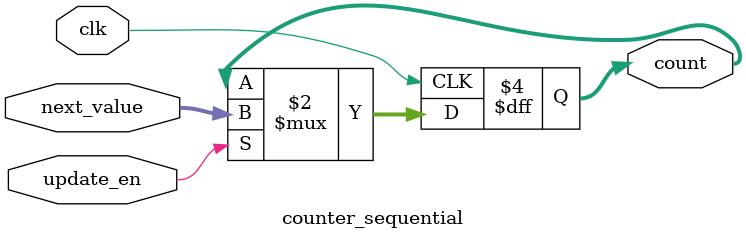
<source format=sv>
module counter_preload #(
    parameter WIDTH = 4
)(
    input                  clk,
    input                  load,
    input                  en,
    input      [WIDTH-1:0] data,
    output     [WIDTH-1:0] cnt
);
    // 内部信号定义
    wire [WIDTH-1:0] next_count;
    wire             update_count;
    
    // 计数器组合逻辑单元实例化
    counter_combinational #(
        .WIDTH(WIDTH)
    ) comb_unit (
        .load        (load),
        .en          (en),
        .current_cnt (cnt),
        .data        (data),
        .next_cnt    (next_count),
        .update_en   (update_count)
    );
    
    // 计数器时序逻辑单元实例化
    counter_sequential #(
        .WIDTH(WIDTH)
    ) seq_unit (
        .clk         (clk),
        .update_en   (update_count),
        .next_value  (next_count),
        .count       (cnt)
    );
    
endmodule

// 组合逻辑模块 - 负责计算下一个计数值和控制信号
module counter_combinational #(
    parameter WIDTH = 4
)(
    input                  load,
    input                  en,
    input      [WIDTH-1:0] current_cnt,
    input      [WIDTH-1:0] data,
    output reg [WIDTH-1:0] next_cnt,
    output                 update_en
);
    // 决定是否需要更新计数值 - 纯组合逻辑
    assign update_en = load || en;
    
    // 计算下一个计数值 - 使用always块替代条件运算符
    always @(*) begin
        if (load) begin
            next_cnt = data;
        end
        else begin
            if (en) begin
                next_cnt = current_cnt + 1'b1;
            end
            else begin
                next_cnt = current_cnt;
            end
        end
    end
    
endmodule

// 时序逻辑模块 - 负责存储当前计数值
module counter_sequential #(
    parameter WIDTH = 4
)(
    input                  clk,
    input                  update_en,
    input      [WIDTH-1:0] next_value,
    output reg [WIDTH-1:0] count
);
    // 更新计数寄存器 - 纯时序逻辑
    always @(posedge clk) begin
        if (update_en) begin
            count <= next_value;
        end
    end
    
endmodule
</source>
